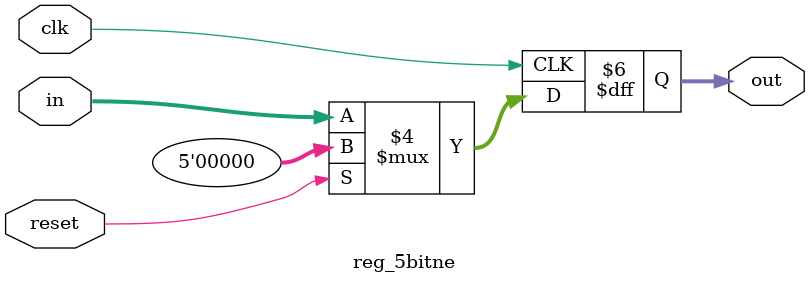
<source format=v>
module reg_5bitne(out, in, reset, clk);

output 	[4:0] 	out;
reg 		[4:0] 	out;
input  	[4:0] 	in;
input 			clk, reset;

always @(posedge clk)

begin
	if(reset == 1'b1)
		out <= 0;
	else
		out <= in;
end

endmodule
</source>
